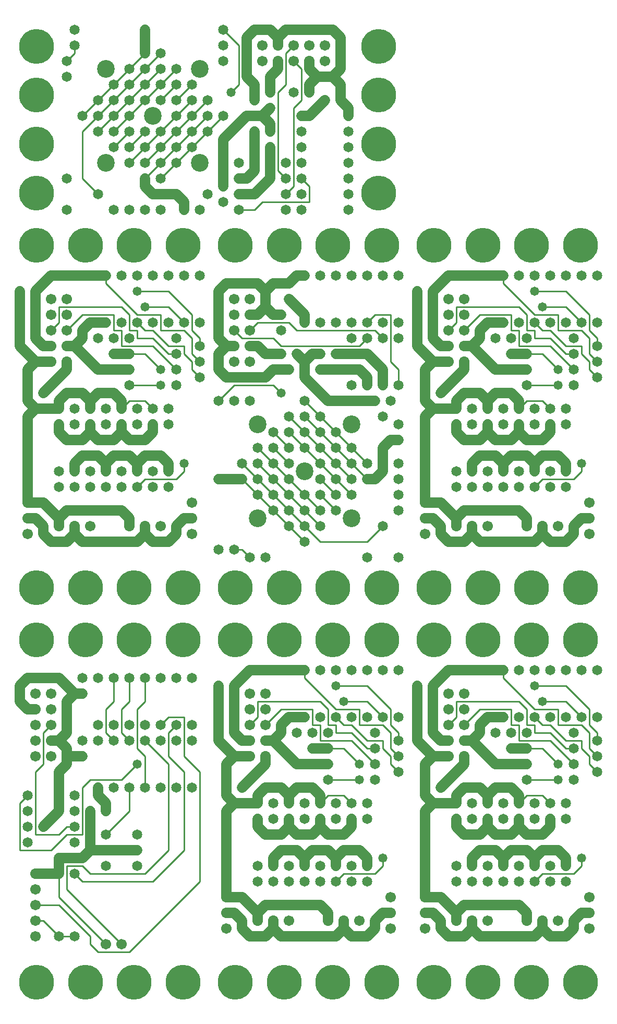
<source format=gbl>
%MOIN*%
%FSLAX25Y25*%
G04 D10 used for Character Trace; *
G04     Circle (OD=.01000) (No hole)*
G04 D11 used for Power Trace; *
G04     Circle (OD=.06500) (No hole)*
G04 D12 used for Signal Trace; *
G04     Circle (OD=.01100) (No hole)*
G04 D13 used for Via; *
G04     Circle (OD=.05800) (Round. Hole ID=.02800)*
G04 D14 used for Component hole; *
G04     Circle (OD=.06500) (Round. Hole ID=.03500)*
G04 D15 used for Component hole; *
G04     Circle (OD=.06700) (Round. Hole ID=.04300)*
G04 D16 used for Component hole; *
G04     Circle (OD=.08100) (Round. Hole ID=.05100)*
G04 D17 used for Component hole; *
G04     Circle (OD=.08900) (Round. Hole ID=.05900)*
G04 D18 used for Component hole; *
G04     Circle (OD=.11300) (Round. Hole ID=.08300)*
G04 D19 used for Component hole; *
G04     Circle (OD=.16000) (Round. Hole ID=.13000)*
G04 D20 used for Component hole; *
G04     Circle (OD=.18300) (Round. Hole ID=.15300)*
G04 D21 used for Component hole; *
G04     Circle (OD=.22291) (Round. Hole ID=.19291)*
%ADD10C,.01000*%
%ADD11C,.06500*%
%ADD12C,.01100*%
%ADD13C,.05800*%
%ADD14C,.06500*%
%ADD15C,.06700*%
%ADD16C,.08100*%
%ADD17C,.08900*%
%ADD18C,.11300*%
%ADD19C,.16000*%
%ADD20C,.18300*%
%ADD21C,.22291*%
%IPPOS*%
%LPD*%
G90*X0Y0D02*D21*X15625Y15625D03*D14*              
X40000Y45000D03*D12*X30000D01*D14*D03*D12*        
X20000Y55000D01*X15000D01*D15*D03*Y65000D03*D12*  
X30000D01*X50000Y45000D01*Y40000D01*              
X55000Y35000D01*X75000D01*X120000Y80000D01*       
Y150000D01*X110000Y160000D01*Y185000D01*          
X100000D01*X95000Y180000D01*D14*D03*D12*          
X100000Y160000D02*Y175000D01*X110000Y150000D02*   
X100000Y160000D01*X110000Y100000D02*Y150000D01*   
X90000Y80000D02*X110000Y100000D01*X45000Y80000D02*
X90000D01*X45000D02*X40000Y85000D01*D14*D03*D12*  
X50000D02*X45000Y90000D01*X50000Y85000D02*        
X85000D01*X100000Y100000D01*Y155000D01*           
X85000Y170000D01*D14*D03*D12*Y160000D02*          
X80000Y165000D01*X85000Y140000D02*Y160000D01*D14* 
Y140000D03*X95000D03*X75000D03*D12*Y125000D01*    
X60000Y110000D01*D14*D03*D11*X45000Y95000D02*     
X50000Y100000D01*X30000Y95000D02*X45000D01*       
X30000Y85000D02*Y95000D01*D14*Y85000D03*D12*      
Y70000D01*X60000Y40000D01*D15*D03*X70000D03*D12*  
X35000Y75000D01*Y90000D01*X45000D01*D11*          
X50000Y100000D02*X60000D01*D14*D03*D11*X80000D01* 
D14*D03*Y110000D03*Y90000D03*X60000D03*Y125000D03*
D11*Y130000D01*X55000Y135000D01*Y140000D01*D14*   
D03*D12*X45000D02*X50000Y145000D01*               
X45000Y110000D02*Y140000D01*X35000Y110000D02*     
X45000D01*X25000Y100000D02*X35000Y110000D01*      
X5000Y100000D02*X25000D01*X5000D02*Y130000D01*    
X10000Y135000D01*D14*D03*Y125000D03*D12*          
X15000Y110000D02*Y150000D01*Y110000D02*X30000D01* 
X35000Y115000D01*X40000D01*D14*D03*               
X50000Y125000D03*D11*Y100000D01*D14*              
X40000Y105000D03*D11*X15000Y85000D02*X30000D01*   
D15*X15000D03*Y75000D03*D14*X10000Y105000D03*D13* 
X20000Y115000D03*D11*X30000Y125000D01*Y150000D01* 
X35000Y155000D01*Y160000D01*X45000D01*D14*D03*    
X55000Y170000D03*D11*X35000Y160000D02*Y165000D01* 
X30000Y170000D01*X25000D01*D15*D03*D12*           
X20000Y155000D02*Y175000D01*X15000Y150000D02*     
X20000Y155000D01*D15*X25000Y160000D03*X15000D03*  
D11*X30000Y170000D02*X35000Y175000D01*Y195000D01* 
X40000Y200000D01*X45000D01*D14*D03*D11*X40000D02* 
X30000Y210000D01*X10000D01*X5000Y205000D01*       
Y195000D01*X10000Y190000D01*X15000D01*D15*D03*    
X25000Y180000D03*D12*X20000Y175000D01*D15*        
X15000Y180000D03*Y170000D03*X25000Y190000D03*D14* 
X45000Y170000D03*D15*X25000Y200000D03*X15000D03*  
D12*X50000Y145000D02*X70000D01*X80000Y155000D01*  
D13*D03*D12*Y165000D02*Y190000D01*                
X85000Y195000D01*Y210000D01*D14*D03*X95000D03*    
X75000D03*D12*Y195000D01*X70000Y190000D01*        
Y175000D01*X75000Y170000D01*D14*D03*              
X85000Y180000D03*X65000D03*X75000D03*             
X65000Y170000D03*D12*X60000Y175000D01*Y190000D01* 
X65000Y195000D01*Y210000D01*D14*D03*X55000D03*    
X45000D03*D21*X78125Y234375D03*X46875D03*D14*     
X55000Y180000D03*D12*X100000Y175000D02*           
X105000Y180000D01*D14*D03*X115000Y170000D03*      
X95000D03*X115000Y180000D03*X105000Y170000D03*    
X115000Y210000D03*X105000D03*X65000Y140000D03*    
X105000D03*X115000D03*D21*X109375Y234375D03*D14*  
X40000Y135000D03*Y125000D03*D21*X15625Y234375D03* 
D14*X10000Y115000D03*D15*X15000Y45000D03*D21*     
X46875Y15625D03*X78125D03*X109375D03*G90*         
X0Y2000D02*X109375Y267625D03*X78125D03*X46875D03* 
X15625D03*D11*X90000Y297000D02*X100000D01*        
X90000D02*X85000Y302000D01*X80000Y297000D01*      
X45000D01*X40000Y302000D01*X35000Y297000D01*      
X25000D01*X20000Y302000D01*Y307000D01*            
X15000Y312000D01*X10000D01*D15*D03*D11*X30000D02* 
X20000Y322000D01*X30000Y307000D02*Y312000D01*D15* 
Y307000D03*D11*Y312000D02*X35000Y317000D01*       
X70000D01*X75000Y312000D01*Y307000D01*D15*D03*D11*
X85000Y302000D02*Y307000D01*D15*D03*X95000D03*D11*
X100000Y297000D02*X105000Y302000D01*Y307000D01*   
X110000Y312000D01*X115000D01*D15*D03*Y322000D03*  
Y302000D03*D14*X100000Y332000D03*X90000D03*D12*   
X85000Y337000D02*X105000D01*X80000Y332000D02*     
X85000Y337000D01*D14*X80000Y332000D03*            
X90000Y342000D03*X70000D03*X80000D03*D11*         
Y347000D01*X85000Y352000D01*X95000D01*            
X100000Y347000D01*Y342000D01*D14*D03*D12*         
X105000Y337000D02*X110000Y342000D01*Y347000D01*   
D13*D03*D11*X85000Y362000D02*X90000Y367000D01*    
X75000Y362000D02*X85000D01*X75000D02*             
X70000Y367000D01*X65000Y362000D01*X55000D01*      
X50000Y367000D01*X45000Y362000D01*X35000D01*      
X30000Y367000D01*Y372000D01*D14*D03*              
X40000Y382000D03*Y372000D03*X30000Y382000D03*D11* 
X15000D01*X10000Y377000D01*Y322000D01*D15*D03*D11*
X20000D01*D14*X30000Y332000D03*D11*               
X40000Y302000D02*Y307000D01*D15*D03*X50000D03*D14*
X60000Y332000D03*X50000D03*X40000D03*D15*         
X10000Y302000D03*D14*X70000Y332000D03*            
X60000Y342000D03*D11*Y347000D01*X65000Y352000D01* 
X75000D01*X80000Y347000D01*X90000Y367000D02*      
Y372000D01*D14*D03*X100000Y382000D03*X80000D03*   
X100000Y372000D03*X90000Y382000D03*D12*           
X85000Y387000D01*X75000D01*X70000Y382000D01*D14*  
D03*D11*Y387000D01*X65000Y392000D01*X55000D01*    
X50000Y387000D01*Y382000D01*D14*D03*D11*          
Y387000D02*X45000Y392000D01*X35000D01*            
X30000Y387000D01*Y382000D01*D13*X20000Y392000D03* 
D11*X35000Y407000D01*Y412000D01*D15*D03*          
X25000Y422000D03*D11*X20000D01*X15000Y427000D01*  
Y457000D01*X25000Y467000D01*X60000D01*D14*D03*D12*
Y462000D01*X80000Y442000D01*X95000D01*Y432000D01* 
X110000D01*X115000Y427000D01*Y417000D01*          
X120000Y412000D01*D14*D03*D12*Y402000D02*         
X115000Y407000D01*D14*X120000Y402000D03*D12*      
X115000Y407000D02*Y412000D01*X110000Y417000D01*   
Y422000D01*X100000D01*X90000Y432000D01*X85000D01* 
X80000Y437000D01*D14*D03*D12*X75000Y432000D02*    
Y442000D01*Y432000D02*X80000D01*Y427000D01*       
X90000D01*X100000Y417000D01*X105000D01*D14*D03*   
D13*X95000Y407000D03*D12*X85000Y417000D01*        
X75000D01*D14*D03*D11*X65000D01*D14*D03*D12*      
X70000Y422000D02*X90000D01*X105000Y407000D01*D14* 
D03*D13*X95000Y397000D03*D12*X75000D01*D14*D03*   
X65000Y407000D03*D11*X55000D01*X40000Y422000D01*  
X35000D01*D15*D03*D11*X40000D02*X45000Y427000D01* 
Y432000D01*X50000Y437000D01*X60000D01*D14*D03*D12*
X65000Y432000D02*X70000D01*Y422000D01*D14*        
X75000Y427000D03*X65000D03*D12*Y432000D02*        
Y442000D01*X45000D01*X35000Y432000D01*D15*D03*D12*
X25000D02*X30000Y437000D01*D15*X25000Y432000D03*  
D12*X30000Y437000D02*Y447000D01*X70000D01*        
X75000Y442000D01*D14*X70000Y437000D03*D13*        
X85000Y447000D03*D12*X100000D01*X110000Y437000D01*
D14*D03*D12*X120000Y427000D02*X115000Y432000D01*  
X120000Y422000D02*Y427000D01*D14*Y422000D03*D12*  
X115000Y432000D02*Y442000D01*X100000Y457000D01*   
X80000D01*D13*D03*D14*X90000Y467000D03*X70000D03* 
X80000D03*X100000Y437000D03*Y467000D03*           
X90000Y437000D03*D21*X109375Y486375D03*D14*       
X55000Y427000D03*D21*X78125Y486375D03*D14*        
X110000Y467000D03*X105000Y427000D03*D21*          
X46875Y486375D03*D14*X120000Y437000D03*Y467000D03*
D15*X35000Y452000D03*Y442000D03*D11*              
X65000Y407000D02*X75000D01*D14*D03*               
X60000Y382000D03*X105000Y397000D03*               
X50000Y372000D03*D11*Y367000D01*D14*              
X60000Y372000D03*D11*X40000Y347000D02*            
X45000Y352000D01*X40000Y342000D02*Y347000D01*D14* 
Y342000D03*D11*X45000Y352000D02*X55000D01*        
X60000Y347000D01*D14*X50000Y342000D03*D11*        
X70000Y367000D02*Y372000D01*D14*D03*X80000D03*    
X30000Y342000D03*D15*X25000Y412000D03*D11*        
X15000D01*X10000Y407000D01*Y387000D01*            
X15000Y382000D01*Y412000D02*X5000Y422000D01*      
Y457000D01*D13*D03*D15*X25000Y442000D03*          
Y452000D03*D21*X15625Y486375D03*G90*X0Y4000D02*   
D14*X215000Y509000D03*X185000D03*X175000D03*D12*  
X145000D02*X155000D01*D14*X145000D03*D11*         
Y519000D02*X155000D01*D14*X145000D03*D12*         
X155000Y509000D02*X160000Y514000D01*X190000D01*   
Y524000D01*X185000Y529000D01*D14*D03*D12*         
X175000Y519000D02*X180000Y524000D01*D14*          
X175000Y519000D03*D12*X180000Y574000D02*          
Y524000D01*Y574000D02*X185000Y579000D01*          
Y599000D01*X180000Y604000D01*D15*D03*D12*         
X175000Y609000D02*Y589000D01*X170000Y584000D01*   
Y534000D01*X175000Y529000D01*D14*D03*             
X185000Y519000D03*Y539000D03*X175000D03*D11*      
X155000Y519000D02*X165000Y529000D01*Y549000D01*   
D14*D03*X155000Y559000D03*D11*Y549000D01*D14*D03* 
D11*Y534000D01*X150000Y529000D01*X145000D01*D14*  
D03*Y539000D03*X135000Y524000D03*D11*Y554000D01*  
X150000Y569000D01*X160000D01*X165000Y564000D01*   
Y559000D01*D14*D03*D11*X160000Y569000D02*         
X165000Y574000D01*D14*D03*X155000Y579000D03*D11*  
Y589000D01*X150000Y594000D01*Y619000D01*          
X155000Y624000D01*X165000D01*X170000Y619000D01*   
Y614000D01*D15*D03*D12*X175000Y609000D02*         
X180000Y614000D01*D15*D03*X190000Y604000D03*D11*  
Y599000D01*X195000Y594000D01*X190000Y589000D01*   
Y584000D01*D14*D03*X200000Y579000D03*D11*         
X190000Y569000D01*X185000D01*D14*D03*Y559000D03*  
X180000Y584000D03*X165000D03*D11*Y594000D01*      
X170000Y599000D01*Y604000D01*D15*D03*             
X160000Y614000D03*Y604000D03*D11*                 
X170000Y619000D02*X175000Y624000D01*X205000D01*   
X210000Y619000D01*Y599000D01*X205000Y594000D01*   
X195000D01*D15*X200000Y604000D03*D11*             
X205000Y594000D02*X210000Y589000D01*Y579000D01*   
D14*D03*D11*X215000Y574000D01*Y569000D01*D14*D03* 
Y559000D03*D21*X234375Y550875D03*D14*             
X215000Y549000D03*D21*X234375Y582125D03*D14*      
X215000Y539000D03*X185000Y549000D03*              
X215000Y529000D03*D21*X234375Y613375D03*D15*      
X200000Y614000D03*X190000D03*D14*                 
X215000Y519000D03*D21*X234375Y519625D03*D12*      
X135000Y624000D02*X145000Y614000D01*D14*          
X135000Y624000D03*D12*X145000Y614000D02*          
Y589000D01*X140000Y584000D01*D13*D03*D14*         
X125000Y569000D03*D12*X115000Y559000D01*D14*D03*  
D12*X105000Y549000D01*D14*D03*D12*                
X95000Y539000D01*D14*D03*D12*X85000Y529000D01*D14*
D03*D11*Y524000D01*X90000Y519000D01*X105000D01*   
X110000Y514000D01*Y509000D01*D14*D03*X120000D03*  
X95000D03*X125000Y519000D03*X95000Y529000D03*D12* 
X105000Y539000D01*D14*D03*D12*X115000Y549000D01*  
D14*D03*D12*X125000Y559000D01*D14*D03*D12*        
X135000Y569000D01*D14*D03*X125000Y579000D03*D12*  
X115000Y569000D01*D14*D03*D12*X105000Y559000D01*  
D14*D03*D12*X95000Y549000D01*D14*D03*D12*         
X85000Y539000D01*D14*D03*X75000Y549000D03*D12*    
X85000Y559000D01*D14*D03*X75000Y569000D03*D12*    
X65000Y559000D01*D14*D03*D12*X75000Y569000D02*    
X85000Y579000D01*D14*D03*D12*X95000Y589000D01*D14*
D03*D12*X105000Y599000D01*D14*D03*                
X115000Y589000D03*D12*X105000Y579000D01*D14*D03*  
X115000D03*D12*X105000Y569000D01*D14*D03*D12*     
X95000Y559000D01*D14*D03*D12*X85000Y549000D01*D14*
D03*D12*X75000Y539000D01*D14*D03*X65000Y549000D03*
D12*X75000Y559000D01*D14*D03*X65000Y569000D03*D12*
X55000Y559000D01*D14*D03*D12*X65000Y569000D02*    
X75000Y579000D01*D14*D03*D12*X85000Y589000D01*D14*
D03*D12*X95000Y599000D01*D14*D03*                 
X105000Y589000D03*D12*X95000Y579000D01*D14*D03*   
D18*X90000Y569000D03*D14*X75000Y599000D03*D12*    
X65000Y589000D01*D14*D03*D12*X55000Y579000D01*D14*
D03*D12*X45000Y569000D01*D14*D03*X55000D03*D12*   
X45000Y559000D01*Y529000D01*X55000Y519000D01*D14* 
D03*X65000Y509000D03*X75000D03*X35000Y529000D03*  
D18*X60000Y539000D03*D14*X35000Y509000D03*        
X85000D03*D21*X15625Y550875D03*Y519625D03*D12*    
X55000Y569000D02*X65000Y579000D01*D14*D03*D12*    
X75000Y589000D01*D14*D03*D12*X85000Y599000D01*D14*
D03*D12*X95000Y609000D01*D14*D03*X85000D03*D12*   
X75000Y599000D01*D11*X85000Y624000D02*Y609000D01* 
D13*Y624000D03*D18*X60000Y599000D03*X120000D03*   
D14*X40000Y624000D03*Y614000D03*D12*Y609000D01*   
X35000Y604000D01*D14*D03*Y594000D03*D21*          
X15625Y582125D03*Y613375D03*D18*X120000Y539000D03*
D14*X135000Y514000D03*Y604000D03*Y614000D03*G90*  
X2000Y0D02*D11*X142000Y130000D02*                 
X137000Y135000D01*Y125000D02*X142000Y130000D01*   
X137000Y70000D02*Y125000D01*D15*Y70000D03*D11*    
X147000D01*X157000Y60000D01*Y55000D01*D15*D03*D11*
Y60000D02*X162000Y65000D01*X197000D01*            
X202000Y60000D01*Y55000D01*D15*D03*D11*           
X207000Y45000D02*X212000Y50000D01*                
X172000Y45000D02*X207000D01*X172000D02*           
X167000Y50000D01*X162000Y45000D01*X152000D01*     
X147000Y50000D01*Y55000D01*X142000Y60000D01*      
X137000D01*D15*D03*Y50000D03*D14*X157000Y80000D03*
X167000Y90000D03*D11*Y95000D01*X172000Y100000D01* 
X182000D01*X187000Y95000D01*Y90000D01*D14*D03*D11*
Y95000D02*X192000Y100000D01*X202000D01*           
X207000Y95000D01*Y90000D01*D14*D03*D12*Y80000D02* 
X212000Y85000D01*D14*X207000Y80000D03*D12*        
X212000Y85000D02*X232000D01*X237000Y90000D01*     
Y95000D01*D13*D03*D11*X227000Y90000D02*Y95000D01* 
D14*Y90000D03*D11*Y95000D02*X222000Y100000D01*    
X212000D01*X207000Y95000D01*D14*X217000Y90000D03* 
X197000D03*D11*X182000Y110000D02*X192000D01*      
X182000D02*X177000Y115000D01*X172000Y110000D01*   
X162000D01*X157000Y115000D01*Y120000D01*D14*D03*  
X167000Y130000D03*Y120000D03*X157000Y130000D03*   
D11*X142000D01*X137000Y135000D02*Y155000D01*      
X142000Y160000D01*X152000D01*D15*D03*             
X162000Y170000D03*D11*X167000D01*                 
X182000Y155000D01*X192000D01*D14*D03*D11*         
X202000D01*D14*D03*D12*X222000D02*                
X212000Y165000D01*D13*X222000Y155000D03*D14*      
X232000Y145000D03*Y165000D03*D12*X227000D01*      
X217000Y175000D01*X207000D01*Y180000D01*          
X202000D01*Y190000D01*X197000Y195000D01*          
X157000D01*Y185000D01*X152000Y180000D01*D15*D03*  
X162000Y190000D03*D11*X147000Y170000D02*          
X152000D01*D15*D03*D11*X147000D02*                
X142000Y175000D01*Y205000D01*X152000Y215000D01*   
X187000D01*D14*D03*D12*Y210000D01*                
X207000Y190000D01*X222000D01*Y180000D01*          
X237000D01*X242000Y175000D01*Y165000D01*          
X247000Y160000D01*D14*D03*D12*Y150000D02*         
X242000Y155000D01*D14*X247000Y150000D03*D12*      
X242000Y155000D02*Y160000D01*X237000Y165000D01*   
Y170000D01*X227000D01*X217000Y180000D01*          
X212000D01*X207000Y185000D01*D14*D03*D13*         
X212000Y195000D03*D12*X227000D01*                 
X237000Y185000D01*D14*D03*D12*X247000Y175000D02*  
X242000Y180000D01*X247000Y170000D02*Y175000D01*   
D14*Y170000D03*D12*X242000Y180000D02*Y190000D01*  
X227000Y205000D01*X207000D01*D13*D03*D14*         
X217000Y215000D03*X197000D03*X207000D03*D12*      
X192000Y180000D02*Y190000D01*Y180000D02*          
X197000D01*Y170000D01*X217000D01*                 
X232000Y155000D01*D14*D03*D13*X222000Y145000D03*  
D12*X202000D01*D14*D03*D12*X217000Y130000D02*     
X212000Y135000D01*D14*X217000Y130000D03*D12*      
X202000Y135000D02*X212000D01*X197000Y130000D02*   
X202000Y135000D01*D14*X197000Y130000D03*D11*      
Y135000D01*X192000Y140000D01*X182000D01*          
X177000Y135000D01*Y130000D01*D14*D03*D11*         
Y135000D02*X172000Y140000D01*X162000D01*          
X157000Y135000D01*Y130000D01*D13*                 
X147000Y140000D03*D11*X162000Y155000D01*          
Y160000D01*D15*D03*D11*X167000Y170000D02*         
X172000Y175000D01*Y180000D01*X177000Y185000D01*   
X187000D01*D14*D03*D12*X172000Y190000D02*         
X192000D01*X162000Y180000D02*X172000Y190000D01*   
D15*X162000Y180000D03*X152000Y190000D03*D11*      
X142000Y160000D02*X132000Y170000D01*Y205000D01*   
D13*D03*D15*X152000Y200000D03*D21*                
X142625Y234375D03*D15*X162000Y200000D03*D21*      
X173875Y234375D03*D14*X182000Y175000D03*          
X192000Y165000D03*D11*X202000D01*D14*D03*D12*     
X212000D01*D14*X202000Y175000D03*                 
X227000Y185000D03*X192000Y175000D03*              
X217000Y185000D03*X232000Y175000D03*              
X197000Y185000D03*X187000Y130000D03*X207000D03*   
X227000D03*X247000Y185000D03*X177000Y120000D03*   
D11*Y115000D01*D14*X187000Y120000D03*D11*         
X192000Y110000D02*X197000Y115000D01*              
X202000Y110000D01*X212000D01*X217000Y115000D01*   
Y120000D01*D14*D03*X227000D03*X207000D03*         
X197000D03*D11*Y115000D01*D14*X177000Y90000D03*   
X167000Y80000D03*X177000D03*X187000D03*X197000D03*
X217000D03*X227000D03*X157000Y90000D03*D15*       
X242000Y70000D03*D11*X232000Y55000D02*            
X237000Y60000D01*X232000Y50000D02*Y55000D01*      
X227000Y45000D02*X232000Y50000D01*                
X217000Y45000D02*X227000D01*X217000D02*           
X212000Y50000D01*Y55000D01*D15*D03*X222000D03*D11*
X237000Y60000D02*X242000D01*D15*D03*Y50000D03*D21*
X205125Y15625D03*X236375D03*D15*X177000Y55000D03* 
D21*X173875Y15625D03*D15*X167000Y55000D03*D11*    
Y50000D01*D21*X142625Y15625D03*D14*               
X247000Y215000D03*X237000D03*X227000D03*D21*      
X236375Y234375D03*X205125D03*G90*X2000Y2000D02*   
X236375Y267625D03*X205125D03*X173875D03*          
X142625D03*D14*X247000Y287000D03*X227000D03*      
X162000D03*X152000D03*D12*X147000Y292000D01*      
X142000D01*D14*D03*X132000D03*D18*                
X157000Y312000D03*D14*X167000Y317000D03*D12*      
X177000Y307000D01*D14*D03*D12*X187000Y297000D01*  
D14*D03*X197000Y307000D03*D12*X187000Y317000D01*  
D14*D03*D12*X177000Y327000D01*D14*D03*D12*        
X167000Y337000D01*D14*D03*D12*X157000Y347000D01*  
D14*D03*X167000Y357000D03*D12*X177000Y347000D01*  
D14*D03*X187000Y357000D03*D12*X197000Y347000D01*  
D14*D03*D12*X207000Y337000D01*D14*D03*D12*        
X217000Y327000D01*D14*D03*X227000Y337000D03*D11*  
X232000D01*X237000Y342000D01*Y357000D01*          
X242000Y362000D01*X247000D01*D14*D03*Y372000D03*  
Y347000D03*X237000Y377000D03*X227000Y347000D03*   
D12*X217000Y357000D01*D14*D03*D12*                
X207000Y367000D01*D14*D03*D12*X197000Y377000D01*  
D14*D03*D12*X187000Y387000D01*D14*D03*            
X177000Y377000D03*D12*X187000Y367000D01*D14*D03*  
D12*X197000Y357000D01*D14*D03*D12*                
X207000Y347000D01*D14*D03*D12*X217000Y337000D01*  
D14*D03*X207000Y327000D03*D12*X197000Y337000D01*  
D14*D03*X187000Y327000D03*D12*X197000Y317000D01*  
D14*D03*D12*X187000Y327000D02*X177000Y337000D01*  
D14*D03*D12*X167000Y347000D01*D14*D03*D12*        
X157000Y357000D01*D14*D03*X167000Y367000D03*D12*  
X177000Y357000D01*D14*D03*D12*X187000D02*         
X177000Y367000D01*D14*D03*X187000Y377000D03*D12*  
X197000Y367000D01*D14*D03*D12*X207000Y357000D01*  
D14*D03*D12*X217000Y347000D01*D14*D03*D12*        
X227000Y337000D01*D14*X247000Y317000D03*          
X207000D03*D12*X197000Y327000D01*D14*D03*D18*     
X187000Y342000D03*X217000Y312000D03*D14*          
X187000Y307000D03*D12*X197000Y297000D01*          
X227000D01*X237000Y307000D01*D14*D03*             
X247000Y327000D03*Y337000D03*D12*                 
X187000Y307000D02*X177000Y317000D01*D14*D03*D12*  
X167000Y327000D01*D14*D03*D12*X157000Y337000D01*  
D14*D03*D12*X147000Y347000D01*D14*D03*Y337000D03* 
D12*X157000Y327000D01*D14*D03*D12*                
X167000Y317000D01*D11*X132000Y337000D02*          
X147000D01*D13*X132000D03*D18*X157000Y372000D03*  
D14*X152000Y387000D03*X142000D03*X132000D03*D12*  
X142000Y397000D01*X167000D01*X172000Y392000D01*   
D13*D03*D11*X137000Y402000D02*X162000D01*         
X137000D02*X132000Y407000D01*Y417000D01*          
X137000Y422000D01*X142000D01*D15*D03*D12*         
X147000Y427000D02*X167000D01*X172000Y422000D01*   
X222000D01*X227000Y427000D01*D14*D03*D12*         
X237000D02*X232000Y432000D01*D14*                 
X237000Y427000D03*D12*X182000Y432000D02*          
X232000D01*X182000D02*X177000Y437000D01*          
X157000D01*X152000Y432000D01*D15*D03*D12*         
X147000Y427000D02*X142000Y432000D01*D15*D03*      
X152000Y422000D03*D11*X157000D01*                 
X162000Y417000D01*X172000D01*D14*D03*D11*         
X162000Y402000D02*X167000Y407000D01*X177000D01*   
D14*D03*D11*X202000Y387000D02*X187000Y402000D01*  
X202000Y387000D02*X232000D01*D14*D03*             
X237000Y397000D03*D11*Y407000D01*                 
X227000Y417000D01*X207000D01*D14*D03*             
X217000Y427000D03*X197000Y407000D03*D11*          
X207000D01*D14*D03*D11*X222000D01*                
X227000Y402000D01*Y397000D01*D14*D03*X217000D03*  
D12*X247000Y407000D02*X242000Y412000D01*          
X247000Y397000D02*Y407000D01*D14*Y397000D03*      
X242000Y387000D03*D12*Y412000D02*Y442000D01*      
X232000D01*X227000Y437000D01*D14*D03*X237000D03*  
X217000D03*X247000Y427000D03*Y437000D03*          
X207000D03*X197000Y467000D03*X247000D03*          
X237000D03*X227000D03*X197000Y437000D03*          
X217000Y467000D03*X207000D03*X197000Y417000D03*   
D11*X192000D01*X187000Y412000D01*Y402000D01*      
Y412000D02*X182000Y417000D01*D14*D03*             
X172000Y432000D03*X187000Y437000D03*D11*          
Y442000D01*X177000Y452000D01*D14*D03*D11*         
X162000Y457000D02*X167000Y462000D01*              
X162000Y447000D02*Y457000D01*X157000Y442000D02*   
X162000Y447000D01*X152000Y442000D02*X157000D01*   
D15*X152000D03*X142000Y452000D03*X152000D03*      
X142000Y442000D03*D11*X167000D02*                 
X162000Y447000D01*X167000Y442000D02*X172000D01*   
D14*D03*D11*X162000Y457000D02*X157000Y462000D01*  
X137000D01*X132000Y457000D01*Y427000D01*          
X137000Y422000D01*D15*X142000Y412000D03*          
X152000D03*D14*X177000Y462000D03*D11*X167000D01*  
X177000D02*X182000Y467000D01*X187000D01*D14*D03*  
D21*X205125Y486375D03*X173875D03*X142625D03*      
X236375D03*D18*X217000Y372000D03*G90*X4000Y0D02*  
D11*X269000Y160000D02*X259000Y170000D01*          
X264000Y155000D02*X269000Y160000D01*              
X264000Y135000D02*Y155000D01*X269000Y130000D02*   
X264000Y135000D01*Y125000D02*X269000Y130000D01*   
X264000Y70000D02*Y125000D01*D15*Y70000D03*D11*    
X274000D01*X284000Y60000D01*Y55000D01*D15*D03*D11*
Y60000D02*X289000Y65000D01*X324000D01*            
X329000Y60000D01*Y55000D01*D15*D03*D11*           
X334000Y45000D02*X339000Y50000D01*                
X299000Y45000D02*X334000D01*X299000D02*           
X294000Y50000D01*X289000Y45000D01*X279000D01*     
X274000Y50000D01*Y55000D01*X269000Y60000D01*      
X264000D01*D15*D03*Y50000D03*D14*X284000Y80000D03*
X294000Y90000D03*D11*Y95000D01*X299000Y100000D01* 
X309000D01*X314000Y95000D01*Y90000D01*D14*D03*D11*
Y95000D02*X319000Y100000D01*X329000D01*           
X334000Y95000D01*Y90000D01*D14*D03*D12*Y80000D02* 
X339000Y85000D01*D14*X334000Y80000D03*D12*        
X339000Y85000D02*X359000D01*X364000Y90000D01*     
Y95000D01*D13*D03*D11*X354000Y90000D02*Y95000D01* 
D14*Y90000D03*D11*Y95000D02*X349000Y100000D01*    
X339000D01*X334000Y95000D01*D14*X344000Y90000D03* 
X324000D03*D11*X309000Y110000D02*X319000D01*      
X309000D02*X304000Y115000D01*X299000Y110000D01*   
X289000D01*X284000Y115000D01*Y120000D01*D14*D03*  
X294000Y130000D03*Y120000D03*X284000Y130000D03*   
D11*X269000D01*D13*X274000Y140000D03*D11*         
X289000Y155000D01*Y160000D01*D15*D03*             
X279000Y170000D03*D11*X274000D01*                 
X269000Y175000D01*Y205000D01*X279000Y215000D01*   
X314000D01*D14*D03*D12*Y210000D01*                
X334000Y190000D01*X349000D01*Y180000D01*          
X364000D01*X369000Y175000D01*Y165000D01*          
X374000Y160000D01*D14*D03*D12*Y150000D02*         
X369000Y155000D01*D14*X374000Y150000D03*D12*      
X369000Y155000D02*Y160000D01*X364000Y165000D01*   
Y170000D01*X354000D01*X344000Y180000D01*          
X339000D01*X334000Y185000D01*D14*D03*D12*         
X329000Y180000D02*Y190000D01*Y180000D02*          
X334000D01*Y175000D01*X344000D01*                 
X354000Y165000D01*X359000D01*D14*D03*D13*         
X349000Y155000D03*D12*X339000Y165000D01*          
X329000D01*D14*D03*D11*X319000D01*D14*D03*D12*    
X324000Y170000D02*X344000D01*X359000Y155000D01*   
D14*D03*D13*X349000Y145000D03*D12*X329000D01*D14* 
D03*D12*X344000Y130000D02*X339000Y135000D01*D14*  
X344000Y130000D03*D12*X329000Y135000D02*          
X339000D01*X324000Y130000D02*X329000Y135000D01*   
D14*X324000Y130000D03*D11*Y135000D01*             
X319000Y140000D01*X309000D01*X304000Y135000D01*   
Y130000D01*D14*D03*D11*Y135000D02*                
X299000Y140000D01*X289000D01*X284000Y135000D01*   
Y130000D01*X304000Y115000D02*Y120000D01*D14*D03*  
X314000Y130000D03*Y120000D03*D11*                 
X319000Y110000D02*X324000Y115000D01*              
X329000Y110000D01*X339000D01*X344000Y115000D01*   
Y120000D01*D14*D03*X354000Y130000D03*X334000D03*  
X354000Y120000D03*X334000D03*X324000D03*D11*      
Y115000D01*D14*X304000Y90000D03*X294000Y80000D03* 
X304000D03*X314000D03*X324000D03*X344000D03*      
X359000Y145000D03*X354000Y80000D03*               
X329000Y155000D03*D11*X319000D01*D14*D03*D11*     
X309000D01*X294000Y170000D01*X289000D01*D15*D03*  
D11*X294000D02*X299000Y175000D01*Y180000D01*      
X304000Y185000D01*X314000D01*D14*D03*D12*         
X319000Y180000D02*X324000D01*Y170000D01*D14*      
X329000Y175000D03*X319000D03*D12*Y180000D02*      
Y190000D01*X299000D01*X289000Y180000D01*D15*D03*  
D12*X279000D02*X284000Y185000D01*D15*             
X279000Y180000D03*D12*X284000Y185000D02*          
Y195000D01*X324000D01*X329000Y190000D01*D14*      
X324000Y185000D03*D13*X339000Y195000D03*D12*      
X354000D01*X364000Y185000D01*D14*D03*D12*         
X374000Y175000D02*X369000Y180000D01*              
X374000Y170000D02*Y175000D01*D14*Y170000D03*D12*  
X369000Y180000D02*Y190000D01*X354000Y205000D01*   
X334000D01*D13*D03*D14*X344000Y215000D03*         
X324000D03*X334000D03*X354000Y185000D03*          
Y215000D03*X344000Y185000D03*D21*                 
X363375Y234375D03*D14*X309000Y175000D03*D21*      
X332125Y234375D03*D14*X364000Y215000D03*          
X359000Y175000D03*D21*X300875Y234375D03*D14*      
X374000Y185000D03*Y215000D03*D15*                 
X289000Y200000D03*Y190000D03*X279000Y200000D03*   
Y190000D03*Y160000D03*D11*X269000D01*             
X259000Y170000D02*Y205000D01*D13*D03*D21*         
X269625Y234375D03*D14*X284000Y90000D03*D15*       
X369000Y70000D03*D11*X359000Y55000D02*            
X364000Y60000D01*X359000Y50000D02*Y55000D01*      
X354000Y45000D02*X359000Y50000D01*                
X344000Y45000D02*X354000D01*X344000D02*           
X339000Y50000D01*Y55000D01*D15*D03*X349000D03*D11*
X364000Y60000D02*X369000D01*D15*D03*Y50000D03*D21*
X332125Y15625D03*X363375D03*D15*X304000Y55000D03* 
D21*X300875Y15625D03*D15*X294000Y55000D03*D11*    
Y50000D01*D21*X269625Y15625D03*G90*X4000Y2000D02* 
X269625Y267625D03*D11*X299000Y297000D02*          
X334000D01*X339000Y302000D01*X344000Y297000D01*   
X354000D01*X359000Y302000D01*Y307000D01*          
X364000Y312000D01*X369000D01*D15*D03*Y322000D03*  
Y302000D03*X349000Y307000D03*D14*                 
X354000Y332000D03*X344000D03*D12*                 
X339000Y337000D02*X359000D01*X334000Y332000D02*   
X339000Y337000D01*D14*X334000Y332000D03*          
X344000Y342000D03*X324000D03*X334000D03*D11*      
Y347000D01*X339000Y352000D01*X349000D01*          
X354000Y347000D01*Y342000D01*D14*D03*D12*         
X359000Y337000D02*X364000Y342000D01*Y347000D01*   
D13*D03*D11*X339000Y362000D02*X344000Y367000D01*  
X329000Y362000D02*X339000D01*X329000D02*          
X324000Y367000D01*X319000Y362000D01*X309000D01*   
X304000Y367000D01*X299000Y362000D01*X289000D01*   
X284000Y367000D01*Y372000D01*D14*D03*             
X294000Y382000D03*Y372000D03*X284000Y382000D03*   
D11*X269000D01*X264000Y377000D01*Y322000D01*D15*  
D03*D11*X274000D01*X284000Y312000D01*Y307000D01*  
D15*D03*D11*Y312000D02*X289000Y317000D01*         
X324000D01*X329000Y312000D01*Y307000D01*D15*D03*  
D11*X339000Y302000D02*Y307000D01*D15*D03*D14*     
X314000Y332000D03*X324000D03*X304000Y342000D03*   
Y332000D03*D15*Y307000D03*D14*X314000Y342000D03*  
D11*Y347000D01*X319000Y352000D01*X329000D01*      
X334000Y347000D01*X344000Y367000D02*Y372000D01*   
D14*D03*X354000Y382000D03*X334000D03*             
X354000Y372000D03*X344000Y382000D03*D12*          
X339000Y387000D01*X329000D01*X324000Y382000D01*   
D14*D03*D11*Y387000D01*X319000Y392000D01*         
X309000D01*X304000Y387000D01*Y382000D01*D14*D03*  
D11*Y387000D02*X299000Y392000D01*X289000D01*      
X284000Y387000D01*Y382000D01*D13*                 
X274000Y392000D03*D11*X289000Y407000D01*          
Y412000D01*D15*D03*X279000Y422000D03*D11*         
X274000D01*X269000Y427000D01*Y457000D01*          
X279000Y467000D01*X314000D01*D14*D03*D12*         
Y462000D01*X334000Y442000D01*X349000D01*          
Y432000D01*X364000D01*X369000Y427000D01*          
Y417000D01*X374000Y412000D01*D14*D03*D12*         
Y402000D02*X369000Y407000D01*D14*                 
X374000Y402000D03*D12*X369000Y407000D02*          
Y412000D01*X364000Y417000D01*Y422000D01*          
X354000D01*X344000Y432000D01*X339000D01*          
X334000Y437000D01*D14*D03*D12*X329000Y432000D02*  
Y442000D01*Y432000D02*X334000D01*Y427000D01*      
X344000D01*X354000Y417000D01*X359000D01*D14*D03*  
D13*X349000Y407000D03*D12*X339000Y417000D01*      
X329000D01*D14*D03*D11*X319000D01*D14*D03*D12*    
X324000Y422000D02*X344000D01*X359000Y407000D01*   
D14*D03*D13*X349000Y397000D03*D12*X329000D01*D14* 
D03*X319000Y407000D03*D11*X309000D01*             
X294000Y422000D01*X289000D01*D15*D03*D11*         
X294000D02*X299000Y427000D01*Y432000D01*          
X304000Y437000D01*X314000D01*D14*D03*D12*         
X319000Y432000D02*X324000D01*Y422000D01*D14*      
X329000Y427000D03*X319000D03*D12*Y432000D02*      
Y442000D01*X299000D01*X289000Y432000D01*D15*D03*  
D12*X279000D02*X284000Y437000D01*D15*             
X279000Y432000D03*D12*X284000Y437000D02*          
Y447000D01*X324000D01*X329000Y442000D01*D14*      
X324000Y437000D03*D13*X339000Y447000D03*D12*      
X354000D01*X364000Y437000D01*D14*D03*D12*         
X374000Y427000D02*X369000Y432000D01*              
X374000Y422000D02*Y427000D01*D14*Y422000D03*D12*  
X369000Y432000D02*Y442000D01*X354000Y457000D01*   
X334000D01*D13*D03*D14*X344000Y467000D03*         
X324000D03*X334000D03*X354000Y437000D03*          
Y467000D03*X344000Y437000D03*D21*                 
X363375Y486375D03*D14*X309000Y427000D03*D21*      
X332125Y486375D03*D14*X364000Y467000D03*          
X359000Y427000D03*D21*X300875Y486375D03*D14*      
X374000Y437000D03*Y467000D03*D15*                 
X289000Y452000D03*Y442000D03*D11*                 
X319000Y407000D02*X329000D01*D14*D03*             
X314000Y382000D03*X359000Y397000D03*              
X304000Y372000D03*D11*Y367000D01*D14*             
X314000Y372000D03*D11*X294000Y347000D02*          
X299000Y352000D01*X294000Y342000D02*Y347000D01*   
D14*Y342000D03*X284000Y332000D03*D11*             
X299000Y352000D02*X309000D01*X314000Y347000D01*   
X324000Y367000D02*Y372000D01*D14*D03*X334000D03*  
X294000Y332000D03*X284000Y342000D03*D15*          
X279000Y412000D03*D11*X269000D01*                 
X264000Y407000D01*Y387000D01*X269000Y382000D01*   
Y412000D02*X259000Y422000D01*Y457000D01*D13*D03*  
D15*X279000Y442000D03*Y452000D03*D21*             
X269625Y486375D03*D15*X264000Y312000D03*D11*      
X269000D01*X274000Y307000D01*Y302000D01*          
X279000Y297000D01*X289000D01*X294000Y302000D01*   
X299000Y297000D01*X294000Y302000D02*Y307000D01*   
D15*D03*X264000Y302000D03*D21*X332125Y267625D03*  
X300875D03*X363375D03*M02*                        

</source>
